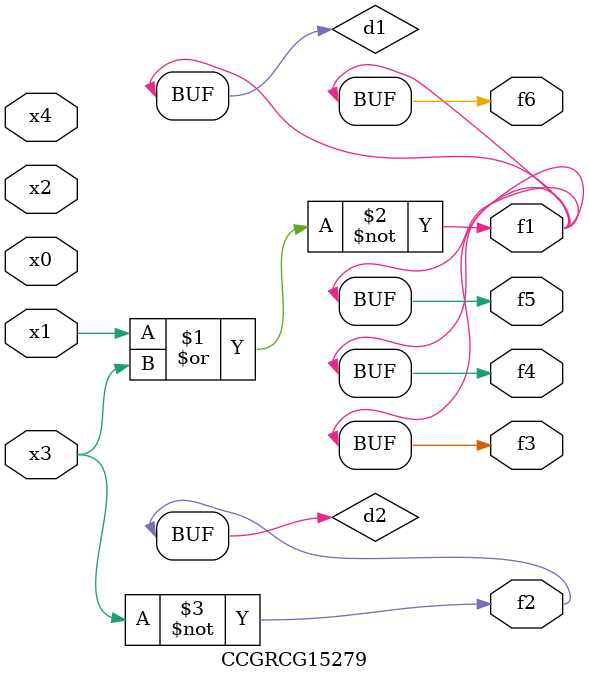
<source format=v>
module CCGRCG15279(
	input x0, x1, x2, x3, x4,
	output f1, f2, f3, f4, f5, f6
);

	wire d1, d2;

	nor (d1, x1, x3);
	not (d2, x3);
	assign f1 = d1;
	assign f2 = d2;
	assign f3 = d1;
	assign f4 = d1;
	assign f5 = d1;
	assign f6 = d1;
endmodule

</source>
